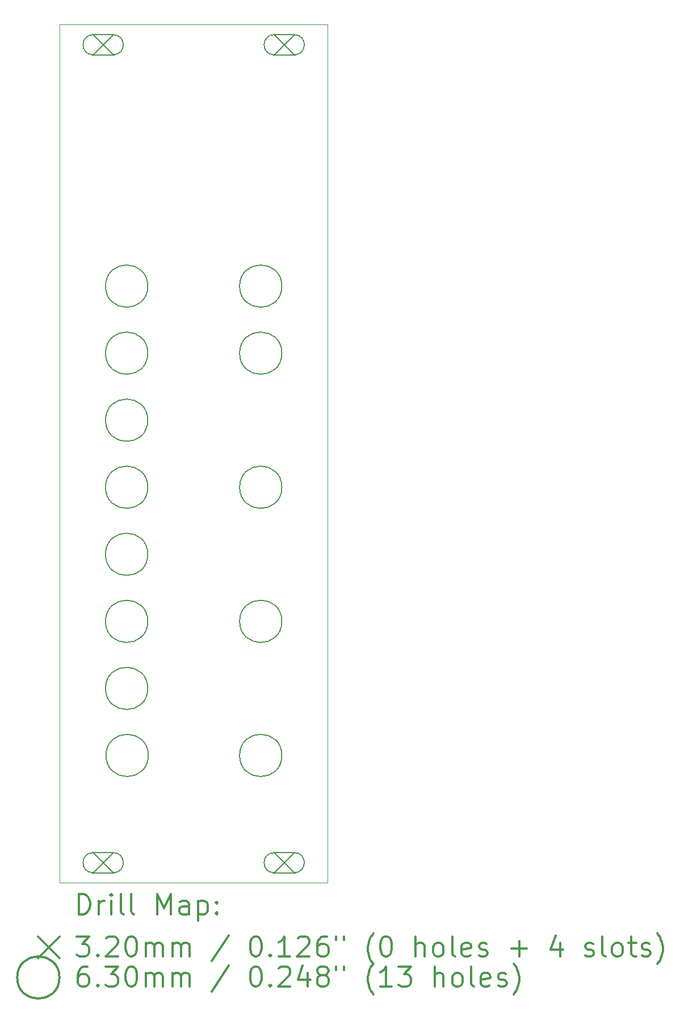
<source format=gbr>
%FSLAX45Y45*%
G04 Gerber Fmt 4.5, Leading zero omitted, Abs format (unit mm)*
G04 Created by KiCad (PCBNEW (5.1.9)-1) date 2021-04-28 19:28:58*
%MOMM*%
%LPD*%
G01*
G04 APERTURE LIST*
%TA.AperFunction,Profile*%
%ADD10C,0.050000*%
%TD*%
%ADD11C,0.200000*%
%ADD12C,0.300000*%
G04 APERTURE END LIST*
D10*
X23300000Y-3600000D02*
X23300000Y-16400000D01*
X19300000Y-3600000D02*
X23300000Y-3600000D01*
X23300000Y-16400000D02*
X19300000Y-16400000D01*
X19300000Y-16400000D02*
X19300000Y-3600000D01*
D11*
X19790000Y-3740000D02*
X20110000Y-4060000D01*
X20110000Y-3740000D02*
X19790000Y-4060000D01*
X19800000Y-4050000D02*
X20100000Y-4050000D01*
X19800000Y-3750000D02*
X20100000Y-3750000D01*
X20100000Y-4050000D02*
G75*
G03*
X20100000Y-3750000I0J150000D01*
G01*
X19800000Y-3750000D02*
G75*
G03*
X19800000Y-4050000I0J-150000D01*
G01*
X19790000Y-15940000D02*
X20110000Y-16260000D01*
X20110000Y-15940000D02*
X19790000Y-16260000D01*
X19800000Y-16250000D02*
X20100000Y-16250000D01*
X19800000Y-15950000D02*
X20100000Y-15950000D01*
X20100000Y-16250000D02*
G75*
G03*
X20100000Y-15950000I0J150000D01*
G01*
X19800000Y-15950000D02*
G75*
G03*
X19800000Y-16250000I0J-150000D01*
G01*
X22490000Y-3740000D02*
X22810000Y-4060000D01*
X22810000Y-3740000D02*
X22490000Y-4060000D01*
X22500000Y-4050000D02*
X22800000Y-4050000D01*
X22500000Y-3750000D02*
X22800000Y-3750000D01*
X22800000Y-4050000D02*
G75*
G03*
X22800000Y-3750000I0J150000D01*
G01*
X22500000Y-3750000D02*
G75*
G03*
X22500000Y-4050000I0J-150000D01*
G01*
X22490000Y-15940000D02*
X22810000Y-16260000D01*
X22810000Y-15940000D02*
X22490000Y-16260000D01*
X22500000Y-16250000D02*
X22800000Y-16250000D01*
X22500000Y-15950000D02*
X22800000Y-15950000D01*
X22800000Y-16250000D02*
G75*
G03*
X22800000Y-15950000I0J150000D01*
G01*
X22500000Y-15950000D02*
G75*
G03*
X22500000Y-16250000I0J-150000D01*
G01*
X20615000Y-7500000D02*
G75*
G03*
X20615000Y-7500000I-315000J0D01*
G01*
X20615000Y-8500000D02*
G75*
G03*
X20615000Y-8500000I-315000J0D01*
G01*
X20615000Y-9500000D02*
G75*
G03*
X20615000Y-9500000I-315000J0D01*
G01*
X20615000Y-10500000D02*
G75*
G03*
X20615000Y-10500000I-315000J0D01*
G01*
X20615000Y-11500000D02*
G75*
G03*
X20615000Y-11500000I-315000J0D01*
G01*
X20615000Y-12500000D02*
G75*
G03*
X20615000Y-12500000I-315000J0D01*
G01*
X20615000Y-13500000D02*
G75*
G03*
X20615000Y-13500000I-315000J0D01*
G01*
X20622500Y-14500000D02*
G75*
G03*
X20622500Y-14500000I-315000J0D01*
G01*
X22615000Y-7500000D02*
G75*
G03*
X22615000Y-7500000I-315000J0D01*
G01*
X22615000Y-8500000D02*
G75*
G03*
X22615000Y-8500000I-315000J0D01*
G01*
X22615000Y-10500000D02*
G75*
G03*
X22615000Y-10500000I-315000J0D01*
G01*
X22615000Y-12500000D02*
G75*
G03*
X22615000Y-12500000I-315000J0D01*
G01*
X22615000Y-14500000D02*
G75*
G03*
X22615000Y-14500000I-315000J0D01*
G01*
D12*
X19583928Y-16868214D02*
X19583928Y-16568214D01*
X19655357Y-16568214D01*
X19698214Y-16582500D01*
X19726786Y-16611071D01*
X19741071Y-16639643D01*
X19755357Y-16696786D01*
X19755357Y-16739643D01*
X19741071Y-16796786D01*
X19726786Y-16825357D01*
X19698214Y-16853929D01*
X19655357Y-16868214D01*
X19583928Y-16868214D01*
X19883928Y-16868214D02*
X19883928Y-16668214D01*
X19883928Y-16725357D02*
X19898214Y-16696786D01*
X19912500Y-16682500D01*
X19941071Y-16668214D01*
X19969643Y-16668214D01*
X20069643Y-16868214D02*
X20069643Y-16668214D01*
X20069643Y-16568214D02*
X20055357Y-16582500D01*
X20069643Y-16596786D01*
X20083928Y-16582500D01*
X20069643Y-16568214D01*
X20069643Y-16596786D01*
X20255357Y-16868214D02*
X20226786Y-16853929D01*
X20212500Y-16825357D01*
X20212500Y-16568214D01*
X20412500Y-16868214D02*
X20383928Y-16853929D01*
X20369643Y-16825357D01*
X20369643Y-16568214D01*
X20755357Y-16868214D02*
X20755357Y-16568214D01*
X20855357Y-16782500D01*
X20955357Y-16568214D01*
X20955357Y-16868214D01*
X21226786Y-16868214D02*
X21226786Y-16711071D01*
X21212500Y-16682500D01*
X21183928Y-16668214D01*
X21126786Y-16668214D01*
X21098214Y-16682500D01*
X21226786Y-16853929D02*
X21198214Y-16868214D01*
X21126786Y-16868214D01*
X21098214Y-16853929D01*
X21083928Y-16825357D01*
X21083928Y-16796786D01*
X21098214Y-16768214D01*
X21126786Y-16753929D01*
X21198214Y-16753929D01*
X21226786Y-16739643D01*
X21369643Y-16668214D02*
X21369643Y-16968214D01*
X21369643Y-16682500D02*
X21398214Y-16668214D01*
X21455357Y-16668214D01*
X21483928Y-16682500D01*
X21498214Y-16696786D01*
X21512500Y-16725357D01*
X21512500Y-16811072D01*
X21498214Y-16839643D01*
X21483928Y-16853929D01*
X21455357Y-16868214D01*
X21398214Y-16868214D01*
X21369643Y-16853929D01*
X21641071Y-16839643D02*
X21655357Y-16853929D01*
X21641071Y-16868214D01*
X21626786Y-16853929D01*
X21641071Y-16839643D01*
X21641071Y-16868214D01*
X21641071Y-16682500D02*
X21655357Y-16696786D01*
X21641071Y-16711071D01*
X21626786Y-16696786D01*
X21641071Y-16682500D01*
X21641071Y-16711071D01*
X18977500Y-17202500D02*
X19297500Y-17522500D01*
X19297500Y-17202500D02*
X18977500Y-17522500D01*
X19555357Y-17198214D02*
X19741071Y-17198214D01*
X19641071Y-17312500D01*
X19683928Y-17312500D01*
X19712500Y-17326786D01*
X19726786Y-17341072D01*
X19741071Y-17369643D01*
X19741071Y-17441072D01*
X19726786Y-17469643D01*
X19712500Y-17483929D01*
X19683928Y-17498214D01*
X19598214Y-17498214D01*
X19569643Y-17483929D01*
X19555357Y-17469643D01*
X19869643Y-17469643D02*
X19883928Y-17483929D01*
X19869643Y-17498214D01*
X19855357Y-17483929D01*
X19869643Y-17469643D01*
X19869643Y-17498214D01*
X19998214Y-17226786D02*
X20012500Y-17212500D01*
X20041071Y-17198214D01*
X20112500Y-17198214D01*
X20141071Y-17212500D01*
X20155357Y-17226786D01*
X20169643Y-17255357D01*
X20169643Y-17283929D01*
X20155357Y-17326786D01*
X19983928Y-17498214D01*
X20169643Y-17498214D01*
X20355357Y-17198214D02*
X20383928Y-17198214D01*
X20412500Y-17212500D01*
X20426786Y-17226786D01*
X20441071Y-17255357D01*
X20455357Y-17312500D01*
X20455357Y-17383929D01*
X20441071Y-17441072D01*
X20426786Y-17469643D01*
X20412500Y-17483929D01*
X20383928Y-17498214D01*
X20355357Y-17498214D01*
X20326786Y-17483929D01*
X20312500Y-17469643D01*
X20298214Y-17441072D01*
X20283928Y-17383929D01*
X20283928Y-17312500D01*
X20298214Y-17255357D01*
X20312500Y-17226786D01*
X20326786Y-17212500D01*
X20355357Y-17198214D01*
X20583928Y-17498214D02*
X20583928Y-17298214D01*
X20583928Y-17326786D02*
X20598214Y-17312500D01*
X20626786Y-17298214D01*
X20669643Y-17298214D01*
X20698214Y-17312500D01*
X20712500Y-17341072D01*
X20712500Y-17498214D01*
X20712500Y-17341072D02*
X20726786Y-17312500D01*
X20755357Y-17298214D01*
X20798214Y-17298214D01*
X20826786Y-17312500D01*
X20841071Y-17341072D01*
X20841071Y-17498214D01*
X20983928Y-17498214D02*
X20983928Y-17298214D01*
X20983928Y-17326786D02*
X20998214Y-17312500D01*
X21026786Y-17298214D01*
X21069643Y-17298214D01*
X21098214Y-17312500D01*
X21112500Y-17341072D01*
X21112500Y-17498214D01*
X21112500Y-17341072D02*
X21126786Y-17312500D01*
X21155357Y-17298214D01*
X21198214Y-17298214D01*
X21226786Y-17312500D01*
X21241071Y-17341072D01*
X21241071Y-17498214D01*
X21826786Y-17183929D02*
X21569643Y-17569643D01*
X22212500Y-17198214D02*
X22241071Y-17198214D01*
X22269643Y-17212500D01*
X22283928Y-17226786D01*
X22298214Y-17255357D01*
X22312500Y-17312500D01*
X22312500Y-17383929D01*
X22298214Y-17441072D01*
X22283928Y-17469643D01*
X22269643Y-17483929D01*
X22241071Y-17498214D01*
X22212500Y-17498214D01*
X22183928Y-17483929D01*
X22169643Y-17469643D01*
X22155357Y-17441072D01*
X22141071Y-17383929D01*
X22141071Y-17312500D01*
X22155357Y-17255357D01*
X22169643Y-17226786D01*
X22183928Y-17212500D01*
X22212500Y-17198214D01*
X22441071Y-17469643D02*
X22455357Y-17483929D01*
X22441071Y-17498214D01*
X22426786Y-17483929D01*
X22441071Y-17469643D01*
X22441071Y-17498214D01*
X22741071Y-17498214D02*
X22569643Y-17498214D01*
X22655357Y-17498214D02*
X22655357Y-17198214D01*
X22626786Y-17241072D01*
X22598214Y-17269643D01*
X22569643Y-17283929D01*
X22855357Y-17226786D02*
X22869643Y-17212500D01*
X22898214Y-17198214D01*
X22969643Y-17198214D01*
X22998214Y-17212500D01*
X23012500Y-17226786D01*
X23026786Y-17255357D01*
X23026786Y-17283929D01*
X23012500Y-17326786D01*
X22841071Y-17498214D01*
X23026786Y-17498214D01*
X23283928Y-17198214D02*
X23226786Y-17198214D01*
X23198214Y-17212500D01*
X23183928Y-17226786D01*
X23155357Y-17269643D01*
X23141071Y-17326786D01*
X23141071Y-17441072D01*
X23155357Y-17469643D01*
X23169643Y-17483929D01*
X23198214Y-17498214D01*
X23255357Y-17498214D01*
X23283928Y-17483929D01*
X23298214Y-17469643D01*
X23312500Y-17441072D01*
X23312500Y-17369643D01*
X23298214Y-17341072D01*
X23283928Y-17326786D01*
X23255357Y-17312500D01*
X23198214Y-17312500D01*
X23169643Y-17326786D01*
X23155357Y-17341072D01*
X23141071Y-17369643D01*
X23426786Y-17198214D02*
X23426786Y-17255357D01*
X23541071Y-17198214D02*
X23541071Y-17255357D01*
X23983928Y-17612500D02*
X23969643Y-17598214D01*
X23941071Y-17555357D01*
X23926786Y-17526786D01*
X23912500Y-17483929D01*
X23898214Y-17412500D01*
X23898214Y-17355357D01*
X23912500Y-17283929D01*
X23926786Y-17241072D01*
X23941071Y-17212500D01*
X23969643Y-17169643D01*
X23983928Y-17155357D01*
X24155357Y-17198214D02*
X24183928Y-17198214D01*
X24212500Y-17212500D01*
X24226786Y-17226786D01*
X24241071Y-17255357D01*
X24255357Y-17312500D01*
X24255357Y-17383929D01*
X24241071Y-17441072D01*
X24226786Y-17469643D01*
X24212500Y-17483929D01*
X24183928Y-17498214D01*
X24155357Y-17498214D01*
X24126786Y-17483929D01*
X24112500Y-17469643D01*
X24098214Y-17441072D01*
X24083928Y-17383929D01*
X24083928Y-17312500D01*
X24098214Y-17255357D01*
X24112500Y-17226786D01*
X24126786Y-17212500D01*
X24155357Y-17198214D01*
X24612500Y-17498214D02*
X24612500Y-17198214D01*
X24741071Y-17498214D02*
X24741071Y-17341072D01*
X24726786Y-17312500D01*
X24698214Y-17298214D01*
X24655357Y-17298214D01*
X24626786Y-17312500D01*
X24612500Y-17326786D01*
X24926786Y-17498214D02*
X24898214Y-17483929D01*
X24883928Y-17469643D01*
X24869643Y-17441072D01*
X24869643Y-17355357D01*
X24883928Y-17326786D01*
X24898214Y-17312500D01*
X24926786Y-17298214D01*
X24969643Y-17298214D01*
X24998214Y-17312500D01*
X25012500Y-17326786D01*
X25026786Y-17355357D01*
X25026786Y-17441072D01*
X25012500Y-17469643D01*
X24998214Y-17483929D01*
X24969643Y-17498214D01*
X24926786Y-17498214D01*
X25198214Y-17498214D02*
X25169643Y-17483929D01*
X25155357Y-17455357D01*
X25155357Y-17198214D01*
X25426786Y-17483929D02*
X25398214Y-17498214D01*
X25341071Y-17498214D01*
X25312500Y-17483929D01*
X25298214Y-17455357D01*
X25298214Y-17341072D01*
X25312500Y-17312500D01*
X25341071Y-17298214D01*
X25398214Y-17298214D01*
X25426786Y-17312500D01*
X25441071Y-17341072D01*
X25441071Y-17369643D01*
X25298214Y-17398214D01*
X25555357Y-17483929D02*
X25583928Y-17498214D01*
X25641071Y-17498214D01*
X25669643Y-17483929D01*
X25683928Y-17455357D01*
X25683928Y-17441072D01*
X25669643Y-17412500D01*
X25641071Y-17398214D01*
X25598214Y-17398214D01*
X25569643Y-17383929D01*
X25555357Y-17355357D01*
X25555357Y-17341072D01*
X25569643Y-17312500D01*
X25598214Y-17298214D01*
X25641071Y-17298214D01*
X25669643Y-17312500D01*
X26041071Y-17383929D02*
X26269643Y-17383929D01*
X26155357Y-17498214D02*
X26155357Y-17269643D01*
X26769643Y-17298214D02*
X26769643Y-17498214D01*
X26698214Y-17183929D02*
X26626786Y-17398214D01*
X26812500Y-17398214D01*
X27141071Y-17483929D02*
X27169643Y-17498214D01*
X27226786Y-17498214D01*
X27255357Y-17483929D01*
X27269643Y-17455357D01*
X27269643Y-17441072D01*
X27255357Y-17412500D01*
X27226786Y-17398214D01*
X27183928Y-17398214D01*
X27155357Y-17383929D01*
X27141071Y-17355357D01*
X27141071Y-17341072D01*
X27155357Y-17312500D01*
X27183928Y-17298214D01*
X27226786Y-17298214D01*
X27255357Y-17312500D01*
X27441071Y-17498214D02*
X27412500Y-17483929D01*
X27398214Y-17455357D01*
X27398214Y-17198214D01*
X27598214Y-17498214D02*
X27569643Y-17483929D01*
X27555357Y-17469643D01*
X27541071Y-17441072D01*
X27541071Y-17355357D01*
X27555357Y-17326786D01*
X27569643Y-17312500D01*
X27598214Y-17298214D01*
X27641071Y-17298214D01*
X27669643Y-17312500D01*
X27683928Y-17326786D01*
X27698214Y-17355357D01*
X27698214Y-17441072D01*
X27683928Y-17469643D01*
X27669643Y-17483929D01*
X27641071Y-17498214D01*
X27598214Y-17498214D01*
X27783928Y-17298214D02*
X27898214Y-17298214D01*
X27826786Y-17198214D02*
X27826786Y-17455357D01*
X27841071Y-17483929D01*
X27869643Y-17498214D01*
X27898214Y-17498214D01*
X27983928Y-17483929D02*
X28012500Y-17498214D01*
X28069643Y-17498214D01*
X28098214Y-17483929D01*
X28112500Y-17455357D01*
X28112500Y-17441072D01*
X28098214Y-17412500D01*
X28069643Y-17398214D01*
X28026786Y-17398214D01*
X27998214Y-17383929D01*
X27983928Y-17355357D01*
X27983928Y-17341072D01*
X27998214Y-17312500D01*
X28026786Y-17298214D01*
X28069643Y-17298214D01*
X28098214Y-17312500D01*
X28212500Y-17612500D02*
X28226786Y-17598214D01*
X28255357Y-17555357D01*
X28269643Y-17526786D01*
X28283928Y-17483929D01*
X28298214Y-17412500D01*
X28298214Y-17355357D01*
X28283928Y-17283929D01*
X28269643Y-17241072D01*
X28255357Y-17212500D01*
X28226786Y-17169643D01*
X28212500Y-17155357D01*
X19297500Y-17812500D02*
G75*
G03*
X19297500Y-17812500I-315000J0D01*
G01*
X19712500Y-17648214D02*
X19655357Y-17648214D01*
X19626786Y-17662500D01*
X19612500Y-17676786D01*
X19583928Y-17719643D01*
X19569643Y-17776786D01*
X19569643Y-17891072D01*
X19583928Y-17919643D01*
X19598214Y-17933929D01*
X19626786Y-17948214D01*
X19683928Y-17948214D01*
X19712500Y-17933929D01*
X19726786Y-17919643D01*
X19741071Y-17891072D01*
X19741071Y-17819643D01*
X19726786Y-17791072D01*
X19712500Y-17776786D01*
X19683928Y-17762500D01*
X19626786Y-17762500D01*
X19598214Y-17776786D01*
X19583928Y-17791072D01*
X19569643Y-17819643D01*
X19869643Y-17919643D02*
X19883928Y-17933929D01*
X19869643Y-17948214D01*
X19855357Y-17933929D01*
X19869643Y-17919643D01*
X19869643Y-17948214D01*
X19983928Y-17648214D02*
X20169643Y-17648214D01*
X20069643Y-17762500D01*
X20112500Y-17762500D01*
X20141071Y-17776786D01*
X20155357Y-17791072D01*
X20169643Y-17819643D01*
X20169643Y-17891072D01*
X20155357Y-17919643D01*
X20141071Y-17933929D01*
X20112500Y-17948214D01*
X20026786Y-17948214D01*
X19998214Y-17933929D01*
X19983928Y-17919643D01*
X20355357Y-17648214D02*
X20383928Y-17648214D01*
X20412500Y-17662500D01*
X20426786Y-17676786D01*
X20441071Y-17705357D01*
X20455357Y-17762500D01*
X20455357Y-17833929D01*
X20441071Y-17891072D01*
X20426786Y-17919643D01*
X20412500Y-17933929D01*
X20383928Y-17948214D01*
X20355357Y-17948214D01*
X20326786Y-17933929D01*
X20312500Y-17919643D01*
X20298214Y-17891072D01*
X20283928Y-17833929D01*
X20283928Y-17762500D01*
X20298214Y-17705357D01*
X20312500Y-17676786D01*
X20326786Y-17662500D01*
X20355357Y-17648214D01*
X20583928Y-17948214D02*
X20583928Y-17748214D01*
X20583928Y-17776786D02*
X20598214Y-17762500D01*
X20626786Y-17748214D01*
X20669643Y-17748214D01*
X20698214Y-17762500D01*
X20712500Y-17791072D01*
X20712500Y-17948214D01*
X20712500Y-17791072D02*
X20726786Y-17762500D01*
X20755357Y-17748214D01*
X20798214Y-17748214D01*
X20826786Y-17762500D01*
X20841071Y-17791072D01*
X20841071Y-17948214D01*
X20983928Y-17948214D02*
X20983928Y-17748214D01*
X20983928Y-17776786D02*
X20998214Y-17762500D01*
X21026786Y-17748214D01*
X21069643Y-17748214D01*
X21098214Y-17762500D01*
X21112500Y-17791072D01*
X21112500Y-17948214D01*
X21112500Y-17791072D02*
X21126786Y-17762500D01*
X21155357Y-17748214D01*
X21198214Y-17748214D01*
X21226786Y-17762500D01*
X21241071Y-17791072D01*
X21241071Y-17948214D01*
X21826786Y-17633929D02*
X21569643Y-18019643D01*
X22212500Y-17648214D02*
X22241071Y-17648214D01*
X22269643Y-17662500D01*
X22283928Y-17676786D01*
X22298214Y-17705357D01*
X22312500Y-17762500D01*
X22312500Y-17833929D01*
X22298214Y-17891072D01*
X22283928Y-17919643D01*
X22269643Y-17933929D01*
X22241071Y-17948214D01*
X22212500Y-17948214D01*
X22183928Y-17933929D01*
X22169643Y-17919643D01*
X22155357Y-17891072D01*
X22141071Y-17833929D01*
X22141071Y-17762500D01*
X22155357Y-17705357D01*
X22169643Y-17676786D01*
X22183928Y-17662500D01*
X22212500Y-17648214D01*
X22441071Y-17919643D02*
X22455357Y-17933929D01*
X22441071Y-17948214D01*
X22426786Y-17933929D01*
X22441071Y-17919643D01*
X22441071Y-17948214D01*
X22569643Y-17676786D02*
X22583928Y-17662500D01*
X22612500Y-17648214D01*
X22683928Y-17648214D01*
X22712500Y-17662500D01*
X22726786Y-17676786D01*
X22741071Y-17705357D01*
X22741071Y-17733929D01*
X22726786Y-17776786D01*
X22555357Y-17948214D01*
X22741071Y-17948214D01*
X22998214Y-17748214D02*
X22998214Y-17948214D01*
X22926786Y-17633929D02*
X22855357Y-17848214D01*
X23041071Y-17848214D01*
X23198214Y-17776786D02*
X23169643Y-17762500D01*
X23155357Y-17748214D01*
X23141071Y-17719643D01*
X23141071Y-17705357D01*
X23155357Y-17676786D01*
X23169643Y-17662500D01*
X23198214Y-17648214D01*
X23255357Y-17648214D01*
X23283928Y-17662500D01*
X23298214Y-17676786D01*
X23312500Y-17705357D01*
X23312500Y-17719643D01*
X23298214Y-17748214D01*
X23283928Y-17762500D01*
X23255357Y-17776786D01*
X23198214Y-17776786D01*
X23169643Y-17791072D01*
X23155357Y-17805357D01*
X23141071Y-17833929D01*
X23141071Y-17891072D01*
X23155357Y-17919643D01*
X23169643Y-17933929D01*
X23198214Y-17948214D01*
X23255357Y-17948214D01*
X23283928Y-17933929D01*
X23298214Y-17919643D01*
X23312500Y-17891072D01*
X23312500Y-17833929D01*
X23298214Y-17805357D01*
X23283928Y-17791072D01*
X23255357Y-17776786D01*
X23426786Y-17648214D02*
X23426786Y-17705357D01*
X23541071Y-17648214D02*
X23541071Y-17705357D01*
X23983928Y-18062500D02*
X23969643Y-18048214D01*
X23941071Y-18005357D01*
X23926786Y-17976786D01*
X23912500Y-17933929D01*
X23898214Y-17862500D01*
X23898214Y-17805357D01*
X23912500Y-17733929D01*
X23926786Y-17691072D01*
X23941071Y-17662500D01*
X23969643Y-17619643D01*
X23983928Y-17605357D01*
X24255357Y-17948214D02*
X24083928Y-17948214D01*
X24169643Y-17948214D02*
X24169643Y-17648214D01*
X24141071Y-17691072D01*
X24112500Y-17719643D01*
X24083928Y-17733929D01*
X24355357Y-17648214D02*
X24541071Y-17648214D01*
X24441071Y-17762500D01*
X24483928Y-17762500D01*
X24512500Y-17776786D01*
X24526786Y-17791072D01*
X24541071Y-17819643D01*
X24541071Y-17891072D01*
X24526786Y-17919643D01*
X24512500Y-17933929D01*
X24483928Y-17948214D01*
X24398214Y-17948214D01*
X24369643Y-17933929D01*
X24355357Y-17919643D01*
X24898214Y-17948214D02*
X24898214Y-17648214D01*
X25026786Y-17948214D02*
X25026786Y-17791072D01*
X25012500Y-17762500D01*
X24983928Y-17748214D01*
X24941071Y-17748214D01*
X24912500Y-17762500D01*
X24898214Y-17776786D01*
X25212500Y-17948214D02*
X25183928Y-17933929D01*
X25169643Y-17919643D01*
X25155357Y-17891072D01*
X25155357Y-17805357D01*
X25169643Y-17776786D01*
X25183928Y-17762500D01*
X25212500Y-17748214D01*
X25255357Y-17748214D01*
X25283928Y-17762500D01*
X25298214Y-17776786D01*
X25312500Y-17805357D01*
X25312500Y-17891072D01*
X25298214Y-17919643D01*
X25283928Y-17933929D01*
X25255357Y-17948214D01*
X25212500Y-17948214D01*
X25483928Y-17948214D02*
X25455357Y-17933929D01*
X25441071Y-17905357D01*
X25441071Y-17648214D01*
X25712500Y-17933929D02*
X25683928Y-17948214D01*
X25626786Y-17948214D01*
X25598214Y-17933929D01*
X25583928Y-17905357D01*
X25583928Y-17791072D01*
X25598214Y-17762500D01*
X25626786Y-17748214D01*
X25683928Y-17748214D01*
X25712500Y-17762500D01*
X25726786Y-17791072D01*
X25726786Y-17819643D01*
X25583928Y-17848214D01*
X25841071Y-17933929D02*
X25869643Y-17948214D01*
X25926786Y-17948214D01*
X25955357Y-17933929D01*
X25969643Y-17905357D01*
X25969643Y-17891072D01*
X25955357Y-17862500D01*
X25926786Y-17848214D01*
X25883928Y-17848214D01*
X25855357Y-17833929D01*
X25841071Y-17805357D01*
X25841071Y-17791072D01*
X25855357Y-17762500D01*
X25883928Y-17748214D01*
X25926786Y-17748214D01*
X25955357Y-17762500D01*
X26069643Y-18062500D02*
X26083928Y-18048214D01*
X26112500Y-18005357D01*
X26126786Y-17976786D01*
X26141071Y-17933929D01*
X26155357Y-17862500D01*
X26155357Y-17805357D01*
X26141071Y-17733929D01*
X26126786Y-17691072D01*
X26112500Y-17662500D01*
X26083928Y-17619643D01*
X26069643Y-17605357D01*
M02*

</source>
